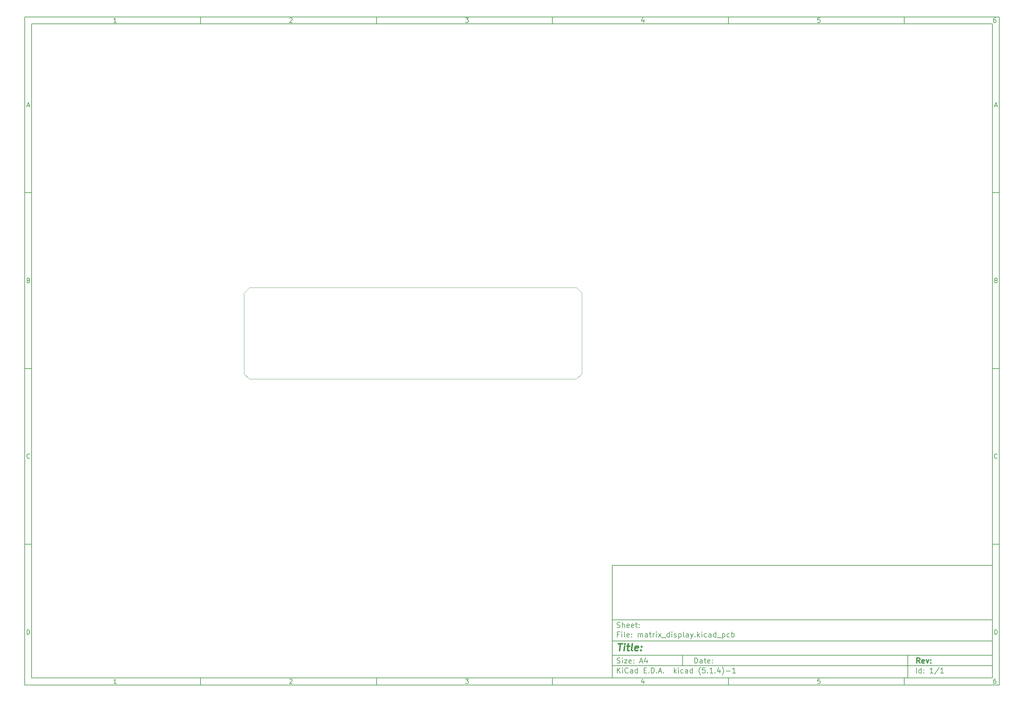
<source format=gm1>
G04 #@! TF.GenerationSoftware,KiCad,Pcbnew,(5.1.4)-1*
G04 #@! TF.CreationDate,2019-11-16T21:27:08+08:00*
G04 #@! TF.ProjectId,matrix_display,6d617472-6978-45f6-9469-73706c61792e,rev?*
G04 #@! TF.SameCoordinates,Original*
G04 #@! TF.FileFunction,Profile,NP*
%FSLAX46Y46*%
G04 Gerber Fmt 4.6, Leading zero omitted, Abs format (unit mm)*
G04 Created by KiCad (PCBNEW (5.1.4)-1) date 2019-11-16 21:27:08*
%MOMM*%
%LPD*%
G04 APERTURE LIST*
%ADD10C,0.150000*%
%ADD11C,0.300000*%
%ADD12C,0.400000*%
%ADD13C,0.100000*%
G04 APERTURE END LIST*
D10*
X177002200Y-166007200D02*
X177002200Y-198007200D01*
X285002200Y-198007200D01*
X285002200Y-166007200D01*
X177002200Y-166007200D01*
X10000000Y-10000000D02*
X10000000Y-200007200D01*
X287002200Y-200007200D01*
X287002200Y-10000000D01*
X10000000Y-10000000D01*
X12000000Y-12000000D02*
X12000000Y-198007200D01*
X285002200Y-198007200D01*
X285002200Y-12000000D01*
X12000000Y-12000000D01*
X60000000Y-12000000D02*
X60000000Y-10000000D01*
X110000000Y-12000000D02*
X110000000Y-10000000D01*
X160000000Y-12000000D02*
X160000000Y-10000000D01*
X210000000Y-12000000D02*
X210000000Y-10000000D01*
X260000000Y-12000000D02*
X260000000Y-10000000D01*
X36065476Y-11588095D02*
X35322619Y-11588095D01*
X35694047Y-11588095D02*
X35694047Y-10288095D01*
X35570238Y-10473809D01*
X35446428Y-10597619D01*
X35322619Y-10659523D01*
X85322619Y-10411904D02*
X85384523Y-10350000D01*
X85508333Y-10288095D01*
X85817857Y-10288095D01*
X85941666Y-10350000D01*
X86003571Y-10411904D01*
X86065476Y-10535714D01*
X86065476Y-10659523D01*
X86003571Y-10845238D01*
X85260714Y-11588095D01*
X86065476Y-11588095D01*
X135260714Y-10288095D02*
X136065476Y-10288095D01*
X135632142Y-10783333D01*
X135817857Y-10783333D01*
X135941666Y-10845238D01*
X136003571Y-10907142D01*
X136065476Y-11030952D01*
X136065476Y-11340476D01*
X136003571Y-11464285D01*
X135941666Y-11526190D01*
X135817857Y-11588095D01*
X135446428Y-11588095D01*
X135322619Y-11526190D01*
X135260714Y-11464285D01*
X185941666Y-10721428D02*
X185941666Y-11588095D01*
X185632142Y-10226190D02*
X185322619Y-11154761D01*
X186127380Y-11154761D01*
X236003571Y-10288095D02*
X235384523Y-10288095D01*
X235322619Y-10907142D01*
X235384523Y-10845238D01*
X235508333Y-10783333D01*
X235817857Y-10783333D01*
X235941666Y-10845238D01*
X236003571Y-10907142D01*
X236065476Y-11030952D01*
X236065476Y-11340476D01*
X236003571Y-11464285D01*
X235941666Y-11526190D01*
X235817857Y-11588095D01*
X235508333Y-11588095D01*
X235384523Y-11526190D01*
X235322619Y-11464285D01*
X285941666Y-10288095D02*
X285694047Y-10288095D01*
X285570238Y-10350000D01*
X285508333Y-10411904D01*
X285384523Y-10597619D01*
X285322619Y-10845238D01*
X285322619Y-11340476D01*
X285384523Y-11464285D01*
X285446428Y-11526190D01*
X285570238Y-11588095D01*
X285817857Y-11588095D01*
X285941666Y-11526190D01*
X286003571Y-11464285D01*
X286065476Y-11340476D01*
X286065476Y-11030952D01*
X286003571Y-10907142D01*
X285941666Y-10845238D01*
X285817857Y-10783333D01*
X285570238Y-10783333D01*
X285446428Y-10845238D01*
X285384523Y-10907142D01*
X285322619Y-11030952D01*
X60000000Y-198007200D02*
X60000000Y-200007200D01*
X110000000Y-198007200D02*
X110000000Y-200007200D01*
X160000000Y-198007200D02*
X160000000Y-200007200D01*
X210000000Y-198007200D02*
X210000000Y-200007200D01*
X260000000Y-198007200D02*
X260000000Y-200007200D01*
X36065476Y-199595295D02*
X35322619Y-199595295D01*
X35694047Y-199595295D02*
X35694047Y-198295295D01*
X35570238Y-198481009D01*
X35446428Y-198604819D01*
X35322619Y-198666723D01*
X85322619Y-198419104D02*
X85384523Y-198357200D01*
X85508333Y-198295295D01*
X85817857Y-198295295D01*
X85941666Y-198357200D01*
X86003571Y-198419104D01*
X86065476Y-198542914D01*
X86065476Y-198666723D01*
X86003571Y-198852438D01*
X85260714Y-199595295D01*
X86065476Y-199595295D01*
X135260714Y-198295295D02*
X136065476Y-198295295D01*
X135632142Y-198790533D01*
X135817857Y-198790533D01*
X135941666Y-198852438D01*
X136003571Y-198914342D01*
X136065476Y-199038152D01*
X136065476Y-199347676D01*
X136003571Y-199471485D01*
X135941666Y-199533390D01*
X135817857Y-199595295D01*
X135446428Y-199595295D01*
X135322619Y-199533390D01*
X135260714Y-199471485D01*
X185941666Y-198728628D02*
X185941666Y-199595295D01*
X185632142Y-198233390D02*
X185322619Y-199161961D01*
X186127380Y-199161961D01*
X236003571Y-198295295D02*
X235384523Y-198295295D01*
X235322619Y-198914342D01*
X235384523Y-198852438D01*
X235508333Y-198790533D01*
X235817857Y-198790533D01*
X235941666Y-198852438D01*
X236003571Y-198914342D01*
X236065476Y-199038152D01*
X236065476Y-199347676D01*
X236003571Y-199471485D01*
X235941666Y-199533390D01*
X235817857Y-199595295D01*
X235508333Y-199595295D01*
X235384523Y-199533390D01*
X235322619Y-199471485D01*
X285941666Y-198295295D02*
X285694047Y-198295295D01*
X285570238Y-198357200D01*
X285508333Y-198419104D01*
X285384523Y-198604819D01*
X285322619Y-198852438D01*
X285322619Y-199347676D01*
X285384523Y-199471485D01*
X285446428Y-199533390D01*
X285570238Y-199595295D01*
X285817857Y-199595295D01*
X285941666Y-199533390D01*
X286003571Y-199471485D01*
X286065476Y-199347676D01*
X286065476Y-199038152D01*
X286003571Y-198914342D01*
X285941666Y-198852438D01*
X285817857Y-198790533D01*
X285570238Y-198790533D01*
X285446428Y-198852438D01*
X285384523Y-198914342D01*
X285322619Y-199038152D01*
X10000000Y-60000000D02*
X12000000Y-60000000D01*
X10000000Y-110000000D02*
X12000000Y-110000000D01*
X10000000Y-160000000D02*
X12000000Y-160000000D01*
X10690476Y-35216666D02*
X11309523Y-35216666D01*
X10566666Y-35588095D02*
X11000000Y-34288095D01*
X11433333Y-35588095D01*
X11092857Y-84907142D02*
X11278571Y-84969047D01*
X11340476Y-85030952D01*
X11402380Y-85154761D01*
X11402380Y-85340476D01*
X11340476Y-85464285D01*
X11278571Y-85526190D01*
X11154761Y-85588095D01*
X10659523Y-85588095D01*
X10659523Y-84288095D01*
X11092857Y-84288095D01*
X11216666Y-84350000D01*
X11278571Y-84411904D01*
X11340476Y-84535714D01*
X11340476Y-84659523D01*
X11278571Y-84783333D01*
X11216666Y-84845238D01*
X11092857Y-84907142D01*
X10659523Y-84907142D01*
X11402380Y-135464285D02*
X11340476Y-135526190D01*
X11154761Y-135588095D01*
X11030952Y-135588095D01*
X10845238Y-135526190D01*
X10721428Y-135402380D01*
X10659523Y-135278571D01*
X10597619Y-135030952D01*
X10597619Y-134845238D01*
X10659523Y-134597619D01*
X10721428Y-134473809D01*
X10845238Y-134350000D01*
X11030952Y-134288095D01*
X11154761Y-134288095D01*
X11340476Y-134350000D01*
X11402380Y-134411904D01*
X10659523Y-185588095D02*
X10659523Y-184288095D01*
X10969047Y-184288095D01*
X11154761Y-184350000D01*
X11278571Y-184473809D01*
X11340476Y-184597619D01*
X11402380Y-184845238D01*
X11402380Y-185030952D01*
X11340476Y-185278571D01*
X11278571Y-185402380D01*
X11154761Y-185526190D01*
X10969047Y-185588095D01*
X10659523Y-185588095D01*
X287002200Y-60000000D02*
X285002200Y-60000000D01*
X287002200Y-110000000D02*
X285002200Y-110000000D01*
X287002200Y-160000000D02*
X285002200Y-160000000D01*
X285692676Y-35216666D02*
X286311723Y-35216666D01*
X285568866Y-35588095D02*
X286002200Y-34288095D01*
X286435533Y-35588095D01*
X286095057Y-84907142D02*
X286280771Y-84969047D01*
X286342676Y-85030952D01*
X286404580Y-85154761D01*
X286404580Y-85340476D01*
X286342676Y-85464285D01*
X286280771Y-85526190D01*
X286156961Y-85588095D01*
X285661723Y-85588095D01*
X285661723Y-84288095D01*
X286095057Y-84288095D01*
X286218866Y-84350000D01*
X286280771Y-84411904D01*
X286342676Y-84535714D01*
X286342676Y-84659523D01*
X286280771Y-84783333D01*
X286218866Y-84845238D01*
X286095057Y-84907142D01*
X285661723Y-84907142D01*
X286404580Y-135464285D02*
X286342676Y-135526190D01*
X286156961Y-135588095D01*
X286033152Y-135588095D01*
X285847438Y-135526190D01*
X285723628Y-135402380D01*
X285661723Y-135278571D01*
X285599819Y-135030952D01*
X285599819Y-134845238D01*
X285661723Y-134597619D01*
X285723628Y-134473809D01*
X285847438Y-134350000D01*
X286033152Y-134288095D01*
X286156961Y-134288095D01*
X286342676Y-134350000D01*
X286404580Y-134411904D01*
X285661723Y-185588095D02*
X285661723Y-184288095D01*
X285971247Y-184288095D01*
X286156961Y-184350000D01*
X286280771Y-184473809D01*
X286342676Y-184597619D01*
X286404580Y-184845238D01*
X286404580Y-185030952D01*
X286342676Y-185278571D01*
X286280771Y-185402380D01*
X286156961Y-185526190D01*
X285971247Y-185588095D01*
X285661723Y-185588095D01*
X200434342Y-193785771D02*
X200434342Y-192285771D01*
X200791485Y-192285771D01*
X201005771Y-192357200D01*
X201148628Y-192500057D01*
X201220057Y-192642914D01*
X201291485Y-192928628D01*
X201291485Y-193142914D01*
X201220057Y-193428628D01*
X201148628Y-193571485D01*
X201005771Y-193714342D01*
X200791485Y-193785771D01*
X200434342Y-193785771D01*
X202577200Y-193785771D02*
X202577200Y-193000057D01*
X202505771Y-192857200D01*
X202362914Y-192785771D01*
X202077200Y-192785771D01*
X201934342Y-192857200D01*
X202577200Y-193714342D02*
X202434342Y-193785771D01*
X202077200Y-193785771D01*
X201934342Y-193714342D01*
X201862914Y-193571485D01*
X201862914Y-193428628D01*
X201934342Y-193285771D01*
X202077200Y-193214342D01*
X202434342Y-193214342D01*
X202577200Y-193142914D01*
X203077200Y-192785771D02*
X203648628Y-192785771D01*
X203291485Y-192285771D02*
X203291485Y-193571485D01*
X203362914Y-193714342D01*
X203505771Y-193785771D01*
X203648628Y-193785771D01*
X204720057Y-193714342D02*
X204577200Y-193785771D01*
X204291485Y-193785771D01*
X204148628Y-193714342D01*
X204077200Y-193571485D01*
X204077200Y-193000057D01*
X204148628Y-192857200D01*
X204291485Y-192785771D01*
X204577200Y-192785771D01*
X204720057Y-192857200D01*
X204791485Y-193000057D01*
X204791485Y-193142914D01*
X204077200Y-193285771D01*
X205434342Y-193642914D02*
X205505771Y-193714342D01*
X205434342Y-193785771D01*
X205362914Y-193714342D01*
X205434342Y-193642914D01*
X205434342Y-193785771D01*
X205434342Y-192857200D02*
X205505771Y-192928628D01*
X205434342Y-193000057D01*
X205362914Y-192928628D01*
X205434342Y-192857200D01*
X205434342Y-193000057D01*
X177002200Y-194507200D02*
X285002200Y-194507200D01*
X178434342Y-196585771D02*
X178434342Y-195085771D01*
X179291485Y-196585771D02*
X178648628Y-195728628D01*
X179291485Y-195085771D02*
X178434342Y-195942914D01*
X179934342Y-196585771D02*
X179934342Y-195585771D01*
X179934342Y-195085771D02*
X179862914Y-195157200D01*
X179934342Y-195228628D01*
X180005771Y-195157200D01*
X179934342Y-195085771D01*
X179934342Y-195228628D01*
X181505771Y-196442914D02*
X181434342Y-196514342D01*
X181220057Y-196585771D01*
X181077200Y-196585771D01*
X180862914Y-196514342D01*
X180720057Y-196371485D01*
X180648628Y-196228628D01*
X180577200Y-195942914D01*
X180577200Y-195728628D01*
X180648628Y-195442914D01*
X180720057Y-195300057D01*
X180862914Y-195157200D01*
X181077200Y-195085771D01*
X181220057Y-195085771D01*
X181434342Y-195157200D01*
X181505771Y-195228628D01*
X182791485Y-196585771D02*
X182791485Y-195800057D01*
X182720057Y-195657200D01*
X182577200Y-195585771D01*
X182291485Y-195585771D01*
X182148628Y-195657200D01*
X182791485Y-196514342D02*
X182648628Y-196585771D01*
X182291485Y-196585771D01*
X182148628Y-196514342D01*
X182077200Y-196371485D01*
X182077200Y-196228628D01*
X182148628Y-196085771D01*
X182291485Y-196014342D01*
X182648628Y-196014342D01*
X182791485Y-195942914D01*
X184148628Y-196585771D02*
X184148628Y-195085771D01*
X184148628Y-196514342D02*
X184005771Y-196585771D01*
X183720057Y-196585771D01*
X183577200Y-196514342D01*
X183505771Y-196442914D01*
X183434342Y-196300057D01*
X183434342Y-195871485D01*
X183505771Y-195728628D01*
X183577200Y-195657200D01*
X183720057Y-195585771D01*
X184005771Y-195585771D01*
X184148628Y-195657200D01*
X186005771Y-195800057D02*
X186505771Y-195800057D01*
X186720057Y-196585771D02*
X186005771Y-196585771D01*
X186005771Y-195085771D01*
X186720057Y-195085771D01*
X187362914Y-196442914D02*
X187434342Y-196514342D01*
X187362914Y-196585771D01*
X187291485Y-196514342D01*
X187362914Y-196442914D01*
X187362914Y-196585771D01*
X188077200Y-196585771D02*
X188077200Y-195085771D01*
X188434342Y-195085771D01*
X188648628Y-195157200D01*
X188791485Y-195300057D01*
X188862914Y-195442914D01*
X188934342Y-195728628D01*
X188934342Y-195942914D01*
X188862914Y-196228628D01*
X188791485Y-196371485D01*
X188648628Y-196514342D01*
X188434342Y-196585771D01*
X188077200Y-196585771D01*
X189577200Y-196442914D02*
X189648628Y-196514342D01*
X189577200Y-196585771D01*
X189505771Y-196514342D01*
X189577200Y-196442914D01*
X189577200Y-196585771D01*
X190220057Y-196157200D02*
X190934342Y-196157200D01*
X190077200Y-196585771D02*
X190577200Y-195085771D01*
X191077200Y-196585771D01*
X191577200Y-196442914D02*
X191648628Y-196514342D01*
X191577200Y-196585771D01*
X191505771Y-196514342D01*
X191577200Y-196442914D01*
X191577200Y-196585771D01*
X194577200Y-196585771D02*
X194577200Y-195085771D01*
X194720057Y-196014342D02*
X195148628Y-196585771D01*
X195148628Y-195585771D02*
X194577200Y-196157200D01*
X195791485Y-196585771D02*
X195791485Y-195585771D01*
X195791485Y-195085771D02*
X195720057Y-195157200D01*
X195791485Y-195228628D01*
X195862914Y-195157200D01*
X195791485Y-195085771D01*
X195791485Y-195228628D01*
X197148628Y-196514342D02*
X197005771Y-196585771D01*
X196720057Y-196585771D01*
X196577200Y-196514342D01*
X196505771Y-196442914D01*
X196434342Y-196300057D01*
X196434342Y-195871485D01*
X196505771Y-195728628D01*
X196577200Y-195657200D01*
X196720057Y-195585771D01*
X197005771Y-195585771D01*
X197148628Y-195657200D01*
X198434342Y-196585771D02*
X198434342Y-195800057D01*
X198362914Y-195657200D01*
X198220057Y-195585771D01*
X197934342Y-195585771D01*
X197791485Y-195657200D01*
X198434342Y-196514342D02*
X198291485Y-196585771D01*
X197934342Y-196585771D01*
X197791485Y-196514342D01*
X197720057Y-196371485D01*
X197720057Y-196228628D01*
X197791485Y-196085771D01*
X197934342Y-196014342D01*
X198291485Y-196014342D01*
X198434342Y-195942914D01*
X199791485Y-196585771D02*
X199791485Y-195085771D01*
X199791485Y-196514342D02*
X199648628Y-196585771D01*
X199362914Y-196585771D01*
X199220057Y-196514342D01*
X199148628Y-196442914D01*
X199077200Y-196300057D01*
X199077200Y-195871485D01*
X199148628Y-195728628D01*
X199220057Y-195657200D01*
X199362914Y-195585771D01*
X199648628Y-195585771D01*
X199791485Y-195657200D01*
X202077200Y-197157200D02*
X202005771Y-197085771D01*
X201862914Y-196871485D01*
X201791485Y-196728628D01*
X201720057Y-196514342D01*
X201648628Y-196157200D01*
X201648628Y-195871485D01*
X201720057Y-195514342D01*
X201791485Y-195300057D01*
X201862914Y-195157200D01*
X202005771Y-194942914D01*
X202077200Y-194871485D01*
X203362914Y-195085771D02*
X202648628Y-195085771D01*
X202577200Y-195800057D01*
X202648628Y-195728628D01*
X202791485Y-195657200D01*
X203148628Y-195657200D01*
X203291485Y-195728628D01*
X203362914Y-195800057D01*
X203434342Y-195942914D01*
X203434342Y-196300057D01*
X203362914Y-196442914D01*
X203291485Y-196514342D01*
X203148628Y-196585771D01*
X202791485Y-196585771D01*
X202648628Y-196514342D01*
X202577200Y-196442914D01*
X204077200Y-196442914D02*
X204148628Y-196514342D01*
X204077200Y-196585771D01*
X204005771Y-196514342D01*
X204077200Y-196442914D01*
X204077200Y-196585771D01*
X205577200Y-196585771D02*
X204720057Y-196585771D01*
X205148628Y-196585771D02*
X205148628Y-195085771D01*
X205005771Y-195300057D01*
X204862914Y-195442914D01*
X204720057Y-195514342D01*
X206220057Y-196442914D02*
X206291485Y-196514342D01*
X206220057Y-196585771D01*
X206148628Y-196514342D01*
X206220057Y-196442914D01*
X206220057Y-196585771D01*
X207577200Y-195585771D02*
X207577200Y-196585771D01*
X207220057Y-195014342D02*
X206862914Y-196085771D01*
X207791485Y-196085771D01*
X208220057Y-197157200D02*
X208291485Y-197085771D01*
X208434342Y-196871485D01*
X208505771Y-196728628D01*
X208577200Y-196514342D01*
X208648628Y-196157200D01*
X208648628Y-195871485D01*
X208577200Y-195514342D01*
X208505771Y-195300057D01*
X208434342Y-195157200D01*
X208291485Y-194942914D01*
X208220057Y-194871485D01*
X209362914Y-196014342D02*
X210505771Y-196014342D01*
X212005771Y-196585771D02*
X211148628Y-196585771D01*
X211577200Y-196585771D02*
X211577200Y-195085771D01*
X211434342Y-195300057D01*
X211291485Y-195442914D01*
X211148628Y-195514342D01*
X177002200Y-191507200D02*
X285002200Y-191507200D01*
D11*
X264411485Y-193785771D02*
X263911485Y-193071485D01*
X263554342Y-193785771D02*
X263554342Y-192285771D01*
X264125771Y-192285771D01*
X264268628Y-192357200D01*
X264340057Y-192428628D01*
X264411485Y-192571485D01*
X264411485Y-192785771D01*
X264340057Y-192928628D01*
X264268628Y-193000057D01*
X264125771Y-193071485D01*
X263554342Y-193071485D01*
X265625771Y-193714342D02*
X265482914Y-193785771D01*
X265197200Y-193785771D01*
X265054342Y-193714342D01*
X264982914Y-193571485D01*
X264982914Y-193000057D01*
X265054342Y-192857200D01*
X265197200Y-192785771D01*
X265482914Y-192785771D01*
X265625771Y-192857200D01*
X265697200Y-193000057D01*
X265697200Y-193142914D01*
X264982914Y-193285771D01*
X266197200Y-192785771D02*
X266554342Y-193785771D01*
X266911485Y-192785771D01*
X267482914Y-193642914D02*
X267554342Y-193714342D01*
X267482914Y-193785771D01*
X267411485Y-193714342D01*
X267482914Y-193642914D01*
X267482914Y-193785771D01*
X267482914Y-192857200D02*
X267554342Y-192928628D01*
X267482914Y-193000057D01*
X267411485Y-192928628D01*
X267482914Y-192857200D01*
X267482914Y-193000057D01*
D10*
X178362914Y-193714342D02*
X178577200Y-193785771D01*
X178934342Y-193785771D01*
X179077200Y-193714342D01*
X179148628Y-193642914D01*
X179220057Y-193500057D01*
X179220057Y-193357200D01*
X179148628Y-193214342D01*
X179077200Y-193142914D01*
X178934342Y-193071485D01*
X178648628Y-193000057D01*
X178505771Y-192928628D01*
X178434342Y-192857200D01*
X178362914Y-192714342D01*
X178362914Y-192571485D01*
X178434342Y-192428628D01*
X178505771Y-192357200D01*
X178648628Y-192285771D01*
X179005771Y-192285771D01*
X179220057Y-192357200D01*
X179862914Y-193785771D02*
X179862914Y-192785771D01*
X179862914Y-192285771D02*
X179791485Y-192357200D01*
X179862914Y-192428628D01*
X179934342Y-192357200D01*
X179862914Y-192285771D01*
X179862914Y-192428628D01*
X180434342Y-192785771D02*
X181220057Y-192785771D01*
X180434342Y-193785771D01*
X181220057Y-193785771D01*
X182362914Y-193714342D02*
X182220057Y-193785771D01*
X181934342Y-193785771D01*
X181791485Y-193714342D01*
X181720057Y-193571485D01*
X181720057Y-193000057D01*
X181791485Y-192857200D01*
X181934342Y-192785771D01*
X182220057Y-192785771D01*
X182362914Y-192857200D01*
X182434342Y-193000057D01*
X182434342Y-193142914D01*
X181720057Y-193285771D01*
X183077200Y-193642914D02*
X183148628Y-193714342D01*
X183077200Y-193785771D01*
X183005771Y-193714342D01*
X183077200Y-193642914D01*
X183077200Y-193785771D01*
X183077200Y-192857200D02*
X183148628Y-192928628D01*
X183077200Y-193000057D01*
X183005771Y-192928628D01*
X183077200Y-192857200D01*
X183077200Y-193000057D01*
X184862914Y-193357200D02*
X185577200Y-193357200D01*
X184720057Y-193785771D02*
X185220057Y-192285771D01*
X185720057Y-193785771D01*
X186862914Y-192785771D02*
X186862914Y-193785771D01*
X186505771Y-192214342D02*
X186148628Y-193285771D01*
X187077200Y-193285771D01*
X263434342Y-196585771D02*
X263434342Y-195085771D01*
X264791485Y-196585771D02*
X264791485Y-195085771D01*
X264791485Y-196514342D02*
X264648628Y-196585771D01*
X264362914Y-196585771D01*
X264220057Y-196514342D01*
X264148628Y-196442914D01*
X264077200Y-196300057D01*
X264077200Y-195871485D01*
X264148628Y-195728628D01*
X264220057Y-195657200D01*
X264362914Y-195585771D01*
X264648628Y-195585771D01*
X264791485Y-195657200D01*
X265505771Y-196442914D02*
X265577200Y-196514342D01*
X265505771Y-196585771D01*
X265434342Y-196514342D01*
X265505771Y-196442914D01*
X265505771Y-196585771D01*
X265505771Y-195657200D02*
X265577200Y-195728628D01*
X265505771Y-195800057D01*
X265434342Y-195728628D01*
X265505771Y-195657200D01*
X265505771Y-195800057D01*
X268148628Y-196585771D02*
X267291485Y-196585771D01*
X267720057Y-196585771D02*
X267720057Y-195085771D01*
X267577200Y-195300057D01*
X267434342Y-195442914D01*
X267291485Y-195514342D01*
X269862914Y-195014342D02*
X268577200Y-196942914D01*
X271148628Y-196585771D02*
X270291485Y-196585771D01*
X270720057Y-196585771D02*
X270720057Y-195085771D01*
X270577200Y-195300057D01*
X270434342Y-195442914D01*
X270291485Y-195514342D01*
X177002200Y-187507200D02*
X285002200Y-187507200D01*
D12*
X178714580Y-188211961D02*
X179857438Y-188211961D01*
X179036009Y-190211961D02*
X179286009Y-188211961D01*
X180274104Y-190211961D02*
X180440771Y-188878628D01*
X180524104Y-188211961D02*
X180416961Y-188307200D01*
X180500295Y-188402438D01*
X180607438Y-188307200D01*
X180524104Y-188211961D01*
X180500295Y-188402438D01*
X181107438Y-188878628D02*
X181869342Y-188878628D01*
X181476485Y-188211961D02*
X181262200Y-189926247D01*
X181333628Y-190116723D01*
X181512200Y-190211961D01*
X181702676Y-190211961D01*
X182655057Y-190211961D02*
X182476485Y-190116723D01*
X182405057Y-189926247D01*
X182619342Y-188211961D01*
X184190771Y-190116723D02*
X183988390Y-190211961D01*
X183607438Y-190211961D01*
X183428866Y-190116723D01*
X183357438Y-189926247D01*
X183452676Y-189164342D01*
X183571723Y-188973866D01*
X183774104Y-188878628D01*
X184155057Y-188878628D01*
X184333628Y-188973866D01*
X184405057Y-189164342D01*
X184381247Y-189354819D01*
X183405057Y-189545295D01*
X185155057Y-190021485D02*
X185238390Y-190116723D01*
X185131247Y-190211961D01*
X185047914Y-190116723D01*
X185155057Y-190021485D01*
X185131247Y-190211961D01*
X185286009Y-188973866D02*
X185369342Y-189069104D01*
X185262200Y-189164342D01*
X185178866Y-189069104D01*
X185286009Y-188973866D01*
X185262200Y-189164342D01*
D10*
X178934342Y-185600057D02*
X178434342Y-185600057D01*
X178434342Y-186385771D02*
X178434342Y-184885771D01*
X179148628Y-184885771D01*
X179720057Y-186385771D02*
X179720057Y-185385771D01*
X179720057Y-184885771D02*
X179648628Y-184957200D01*
X179720057Y-185028628D01*
X179791485Y-184957200D01*
X179720057Y-184885771D01*
X179720057Y-185028628D01*
X180648628Y-186385771D02*
X180505771Y-186314342D01*
X180434342Y-186171485D01*
X180434342Y-184885771D01*
X181791485Y-186314342D02*
X181648628Y-186385771D01*
X181362914Y-186385771D01*
X181220057Y-186314342D01*
X181148628Y-186171485D01*
X181148628Y-185600057D01*
X181220057Y-185457200D01*
X181362914Y-185385771D01*
X181648628Y-185385771D01*
X181791485Y-185457200D01*
X181862914Y-185600057D01*
X181862914Y-185742914D01*
X181148628Y-185885771D01*
X182505771Y-186242914D02*
X182577200Y-186314342D01*
X182505771Y-186385771D01*
X182434342Y-186314342D01*
X182505771Y-186242914D01*
X182505771Y-186385771D01*
X182505771Y-185457200D02*
X182577200Y-185528628D01*
X182505771Y-185600057D01*
X182434342Y-185528628D01*
X182505771Y-185457200D01*
X182505771Y-185600057D01*
X184362914Y-186385771D02*
X184362914Y-185385771D01*
X184362914Y-185528628D02*
X184434342Y-185457200D01*
X184577200Y-185385771D01*
X184791485Y-185385771D01*
X184934342Y-185457200D01*
X185005771Y-185600057D01*
X185005771Y-186385771D01*
X185005771Y-185600057D02*
X185077200Y-185457200D01*
X185220057Y-185385771D01*
X185434342Y-185385771D01*
X185577200Y-185457200D01*
X185648628Y-185600057D01*
X185648628Y-186385771D01*
X187005771Y-186385771D02*
X187005771Y-185600057D01*
X186934342Y-185457200D01*
X186791485Y-185385771D01*
X186505771Y-185385771D01*
X186362914Y-185457200D01*
X187005771Y-186314342D02*
X186862914Y-186385771D01*
X186505771Y-186385771D01*
X186362914Y-186314342D01*
X186291485Y-186171485D01*
X186291485Y-186028628D01*
X186362914Y-185885771D01*
X186505771Y-185814342D01*
X186862914Y-185814342D01*
X187005771Y-185742914D01*
X187505771Y-185385771D02*
X188077200Y-185385771D01*
X187720057Y-184885771D02*
X187720057Y-186171485D01*
X187791485Y-186314342D01*
X187934342Y-186385771D01*
X188077200Y-186385771D01*
X188577200Y-186385771D02*
X188577200Y-185385771D01*
X188577200Y-185671485D02*
X188648628Y-185528628D01*
X188720057Y-185457200D01*
X188862914Y-185385771D01*
X189005771Y-185385771D01*
X189505771Y-186385771D02*
X189505771Y-185385771D01*
X189505771Y-184885771D02*
X189434342Y-184957200D01*
X189505771Y-185028628D01*
X189577200Y-184957200D01*
X189505771Y-184885771D01*
X189505771Y-185028628D01*
X190077200Y-186385771D02*
X190862914Y-185385771D01*
X190077200Y-185385771D02*
X190862914Y-186385771D01*
X191077200Y-186528628D02*
X192220057Y-186528628D01*
X193220057Y-186385771D02*
X193220057Y-184885771D01*
X193220057Y-186314342D02*
X193077200Y-186385771D01*
X192791485Y-186385771D01*
X192648628Y-186314342D01*
X192577200Y-186242914D01*
X192505771Y-186100057D01*
X192505771Y-185671485D01*
X192577200Y-185528628D01*
X192648628Y-185457200D01*
X192791485Y-185385771D01*
X193077200Y-185385771D01*
X193220057Y-185457200D01*
X193934342Y-186385771D02*
X193934342Y-185385771D01*
X193934342Y-184885771D02*
X193862914Y-184957200D01*
X193934342Y-185028628D01*
X194005771Y-184957200D01*
X193934342Y-184885771D01*
X193934342Y-185028628D01*
X194577200Y-186314342D02*
X194720057Y-186385771D01*
X195005771Y-186385771D01*
X195148628Y-186314342D01*
X195220057Y-186171485D01*
X195220057Y-186100057D01*
X195148628Y-185957200D01*
X195005771Y-185885771D01*
X194791485Y-185885771D01*
X194648628Y-185814342D01*
X194577200Y-185671485D01*
X194577200Y-185600057D01*
X194648628Y-185457200D01*
X194791485Y-185385771D01*
X195005771Y-185385771D01*
X195148628Y-185457200D01*
X195862914Y-185385771D02*
X195862914Y-186885771D01*
X195862914Y-185457200D02*
X196005771Y-185385771D01*
X196291485Y-185385771D01*
X196434342Y-185457200D01*
X196505771Y-185528628D01*
X196577200Y-185671485D01*
X196577200Y-186100057D01*
X196505771Y-186242914D01*
X196434342Y-186314342D01*
X196291485Y-186385771D01*
X196005771Y-186385771D01*
X195862914Y-186314342D01*
X197434342Y-186385771D02*
X197291485Y-186314342D01*
X197220057Y-186171485D01*
X197220057Y-184885771D01*
X198648628Y-186385771D02*
X198648628Y-185600057D01*
X198577200Y-185457200D01*
X198434342Y-185385771D01*
X198148628Y-185385771D01*
X198005771Y-185457200D01*
X198648628Y-186314342D02*
X198505771Y-186385771D01*
X198148628Y-186385771D01*
X198005771Y-186314342D01*
X197934342Y-186171485D01*
X197934342Y-186028628D01*
X198005771Y-185885771D01*
X198148628Y-185814342D01*
X198505771Y-185814342D01*
X198648628Y-185742914D01*
X199220057Y-185385771D02*
X199577200Y-186385771D01*
X199934342Y-185385771D02*
X199577200Y-186385771D01*
X199434342Y-186742914D01*
X199362914Y-186814342D01*
X199220057Y-186885771D01*
X200505771Y-186242914D02*
X200577200Y-186314342D01*
X200505771Y-186385771D01*
X200434342Y-186314342D01*
X200505771Y-186242914D01*
X200505771Y-186385771D01*
X201220057Y-186385771D02*
X201220057Y-184885771D01*
X201362914Y-185814342D02*
X201791485Y-186385771D01*
X201791485Y-185385771D02*
X201220057Y-185957200D01*
X202434342Y-186385771D02*
X202434342Y-185385771D01*
X202434342Y-184885771D02*
X202362914Y-184957200D01*
X202434342Y-185028628D01*
X202505771Y-184957200D01*
X202434342Y-184885771D01*
X202434342Y-185028628D01*
X203791485Y-186314342D02*
X203648628Y-186385771D01*
X203362914Y-186385771D01*
X203220057Y-186314342D01*
X203148628Y-186242914D01*
X203077200Y-186100057D01*
X203077200Y-185671485D01*
X203148628Y-185528628D01*
X203220057Y-185457200D01*
X203362914Y-185385771D01*
X203648628Y-185385771D01*
X203791485Y-185457200D01*
X205077200Y-186385771D02*
X205077200Y-185600057D01*
X205005771Y-185457200D01*
X204862914Y-185385771D01*
X204577200Y-185385771D01*
X204434342Y-185457200D01*
X205077200Y-186314342D02*
X204934342Y-186385771D01*
X204577200Y-186385771D01*
X204434342Y-186314342D01*
X204362914Y-186171485D01*
X204362914Y-186028628D01*
X204434342Y-185885771D01*
X204577200Y-185814342D01*
X204934342Y-185814342D01*
X205077200Y-185742914D01*
X206434342Y-186385771D02*
X206434342Y-184885771D01*
X206434342Y-186314342D02*
X206291485Y-186385771D01*
X206005771Y-186385771D01*
X205862914Y-186314342D01*
X205791485Y-186242914D01*
X205720057Y-186100057D01*
X205720057Y-185671485D01*
X205791485Y-185528628D01*
X205862914Y-185457200D01*
X206005771Y-185385771D01*
X206291485Y-185385771D01*
X206434342Y-185457200D01*
X206791485Y-186528628D02*
X207934342Y-186528628D01*
X208291485Y-185385771D02*
X208291485Y-186885771D01*
X208291485Y-185457200D02*
X208434342Y-185385771D01*
X208720057Y-185385771D01*
X208862914Y-185457200D01*
X208934342Y-185528628D01*
X209005771Y-185671485D01*
X209005771Y-186100057D01*
X208934342Y-186242914D01*
X208862914Y-186314342D01*
X208720057Y-186385771D01*
X208434342Y-186385771D01*
X208291485Y-186314342D01*
X210291485Y-186314342D02*
X210148628Y-186385771D01*
X209862914Y-186385771D01*
X209720057Y-186314342D01*
X209648628Y-186242914D01*
X209577200Y-186100057D01*
X209577200Y-185671485D01*
X209648628Y-185528628D01*
X209720057Y-185457200D01*
X209862914Y-185385771D01*
X210148628Y-185385771D01*
X210291485Y-185457200D01*
X210934342Y-186385771D02*
X210934342Y-184885771D01*
X210934342Y-185457200D02*
X211077200Y-185385771D01*
X211362914Y-185385771D01*
X211505771Y-185457200D01*
X211577200Y-185528628D01*
X211648628Y-185671485D01*
X211648628Y-186100057D01*
X211577200Y-186242914D01*
X211505771Y-186314342D01*
X211362914Y-186385771D01*
X211077200Y-186385771D01*
X210934342Y-186314342D01*
X177002200Y-181507200D02*
X285002200Y-181507200D01*
X178362914Y-183614342D02*
X178577200Y-183685771D01*
X178934342Y-183685771D01*
X179077200Y-183614342D01*
X179148628Y-183542914D01*
X179220057Y-183400057D01*
X179220057Y-183257200D01*
X179148628Y-183114342D01*
X179077200Y-183042914D01*
X178934342Y-182971485D01*
X178648628Y-182900057D01*
X178505771Y-182828628D01*
X178434342Y-182757200D01*
X178362914Y-182614342D01*
X178362914Y-182471485D01*
X178434342Y-182328628D01*
X178505771Y-182257200D01*
X178648628Y-182185771D01*
X179005771Y-182185771D01*
X179220057Y-182257200D01*
X179862914Y-183685771D02*
X179862914Y-182185771D01*
X180505771Y-183685771D02*
X180505771Y-182900057D01*
X180434342Y-182757200D01*
X180291485Y-182685771D01*
X180077200Y-182685771D01*
X179934342Y-182757200D01*
X179862914Y-182828628D01*
X181791485Y-183614342D02*
X181648628Y-183685771D01*
X181362914Y-183685771D01*
X181220057Y-183614342D01*
X181148628Y-183471485D01*
X181148628Y-182900057D01*
X181220057Y-182757200D01*
X181362914Y-182685771D01*
X181648628Y-182685771D01*
X181791485Y-182757200D01*
X181862914Y-182900057D01*
X181862914Y-183042914D01*
X181148628Y-183185771D01*
X183077200Y-183614342D02*
X182934342Y-183685771D01*
X182648628Y-183685771D01*
X182505771Y-183614342D01*
X182434342Y-183471485D01*
X182434342Y-182900057D01*
X182505771Y-182757200D01*
X182648628Y-182685771D01*
X182934342Y-182685771D01*
X183077200Y-182757200D01*
X183148628Y-182900057D01*
X183148628Y-183042914D01*
X182434342Y-183185771D01*
X183577200Y-182685771D02*
X184148628Y-182685771D01*
X183791485Y-182185771D02*
X183791485Y-183471485D01*
X183862914Y-183614342D01*
X184005771Y-183685771D01*
X184148628Y-183685771D01*
X184648628Y-183542914D02*
X184720057Y-183614342D01*
X184648628Y-183685771D01*
X184577200Y-183614342D01*
X184648628Y-183542914D01*
X184648628Y-183685771D01*
X184648628Y-182757200D02*
X184720057Y-182828628D01*
X184648628Y-182900057D01*
X184577200Y-182828628D01*
X184648628Y-182757200D01*
X184648628Y-182900057D01*
X197002200Y-191507200D02*
X197002200Y-194507200D01*
X261002200Y-191507200D02*
X261002200Y-198007200D01*
D13*
X168320000Y-111500000D02*
X166820000Y-113000000D01*
X72320000Y-111500000D02*
X73820000Y-113000000D01*
X166820000Y-87000000D02*
X168320000Y-88500000D01*
X72320000Y-88500000D02*
X73820000Y-87000000D01*
X168320000Y-88500000D02*
X168320000Y-111500000D01*
X72320000Y-88500000D02*
X72320000Y-111500000D01*
X73820000Y-113000000D02*
X166820000Y-113000000D01*
X73820000Y-87000000D02*
X166820000Y-87000000D01*
M02*

</source>
